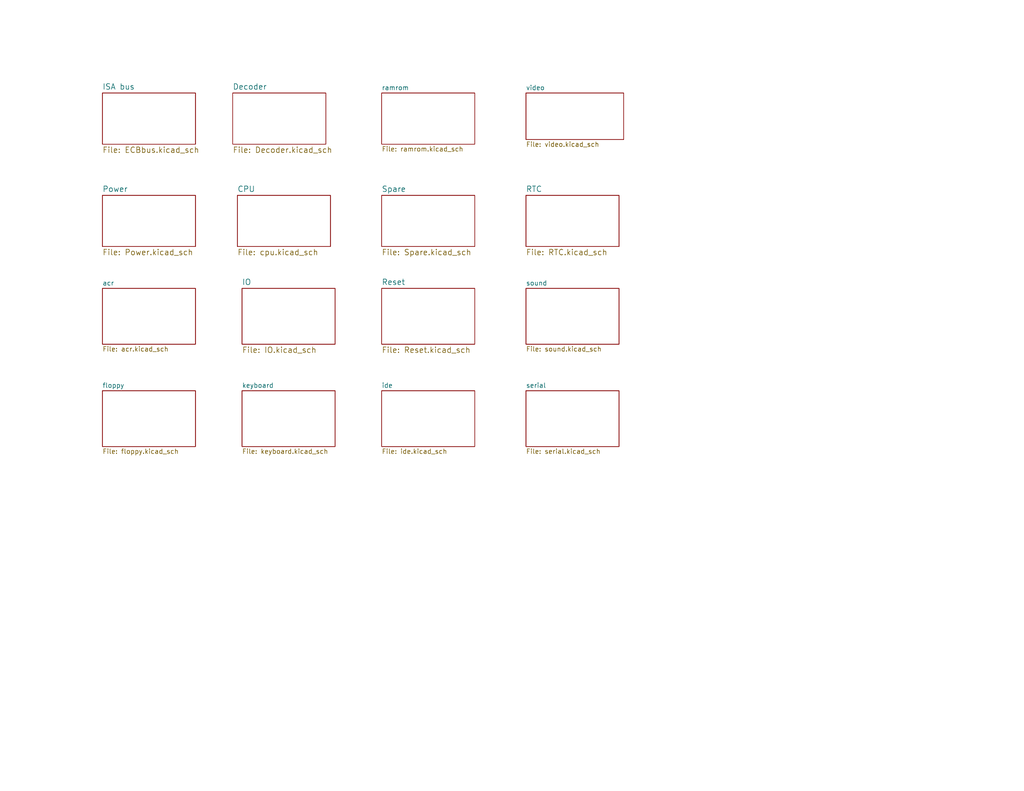
<source format=kicad_sch>
(kicad_sch
	(version 20250114)
	(generator "eeschema")
	(generator_version "9.0")
	(uuid "d94f9d60-5ece-4752-b49c-b0d1c95f35bc")
	(paper "A")
	(title_block
		(title "N8PC")
		(date "2025-11-26")
		(rev "000.9")
		(comment 1 "https://github.com/danwerner21/N8PC")
		(comment 2 "Based on work by Andrew Lynch and John Coffman")
	)
	(lib_symbols)
	(sheet
		(at 27.94 25.4)
		(size 25.4 13.97)
		(exclude_from_sim no)
		(in_bom yes)
		(on_board yes)
		(dnp no)
		(fields_autoplaced yes)
		(stroke
			(width 0)
			(type solid)
		)
		(fill
			(color 0 0 0 0.0000)
		)
		(uuid "00000000-0000-0000-0000-0000526c8cc7")
		(property "Sheetname" "ISA bus"
			(at 27.94 24.5614 0)
			(effects
				(font
					(size 1.524 1.524)
				)
				(justify left bottom)
			)
		)
		(property "Sheetfile" "ECBbus.kicad_sch"
			(at 27.94 40.0562 0)
			(effects
				(font
					(size 1.524 1.524)
				)
				(justify left top)
			)
		)
		(instances
			(project "N8PC"
				(path "/d94f9d60-5ece-4752-b49c-b0d1c95f35bc"
					(page "2")
				)
			)
		)
	)
	(sheet
		(at 64.77 53.34)
		(size 25.4 13.97)
		(exclude_from_sim no)
		(in_bom yes)
		(on_board yes)
		(dnp no)
		(fields_autoplaced yes)
		(stroke
			(width 0)
			(type solid)
		)
		(fill
			(color 0 0 0 0.0000)
		)
		(uuid "00000000-0000-0000-0000-0000526c8e8e")
		(property "Sheetname" "CPU"
			(at 64.77 52.5014 0)
			(effects
				(font
					(size 1.524 1.524)
				)
				(justify left bottom)
			)
		)
		(property "Sheetfile" "cpu.kicad_sch"
			(at 64.77 67.9962 0)
			(effects
				(font
					(size 1.524 1.524)
				)
				(justify left top)
			)
		)
		(instances
			(project "N8PC"
				(path "/d94f9d60-5ece-4752-b49c-b0d1c95f35bc"
					(page "11")
				)
			)
		)
	)
	(sheet
		(at 27.94 53.34)
		(size 25.4 13.97)
		(exclude_from_sim no)
		(in_bom yes)
		(on_board yes)
		(dnp no)
		(fields_autoplaced yes)
		(stroke
			(width 0)
			(type solid)
		)
		(fill
			(color 0 0 0 0.0000)
		)
		(uuid "00000000-0000-0000-0000-0000526d2858")
		(property "Sheetname" "Power"
			(at 27.94 52.5014 0)
			(effects
				(font
					(size 1.524 1.524)
				)
				(justify left bottom)
			)
		)
		(property "Sheetfile" "Power.kicad_sch"
			(at 27.94 67.9962 0)
			(effects
				(font
					(size 1.524 1.524)
				)
				(justify left top)
			)
		)
		(instances
			(project "N8PC"
				(path "/d94f9d60-5ece-4752-b49c-b0d1c95f35bc"
					(page "6")
				)
			)
		)
	)
	(sheet
		(at 63.5 25.4)
		(size 25.4 13.97)
		(exclude_from_sim no)
		(in_bom yes)
		(on_board yes)
		(dnp no)
		(fields_autoplaced yes)
		(stroke
			(width 0)
			(type solid)
		)
		(fill
			(color 0 0 0 0.0000)
		)
		(uuid "00000000-0000-0000-0000-0000526d3cca")
		(property "Sheetname" "Decoder"
			(at 63.5 24.5614 0)
			(effects
				(font
					(size 1.524 1.524)
				)
				(justify left bottom)
			)
		)
		(property "Sheetfile" "Decoder.kicad_sch"
			(at 63.5 40.0562 0)
			(effects
				(font
					(size 1.524 1.524)
				)
				(justify left top)
			)
		)
		(instances
			(project "N8PC"
				(path "/d94f9d60-5ece-4752-b49c-b0d1c95f35bc"
					(page "7")
				)
			)
		)
	)
	(sheet
		(at 104.14 53.34)
		(size 25.4 13.97)
		(exclude_from_sim no)
		(in_bom yes)
		(on_board yes)
		(dnp no)
		(fields_autoplaced yes)
		(stroke
			(width 0)
			(type solid)
		)
		(fill
			(color 0 0 0 0.0000)
		)
		(uuid "00000000-0000-0000-0000-0000526d48aa")
		(property "Sheetname" "Spare"
			(at 104.14 52.5014 0)
			(effects
				(font
					(size 1.524 1.524)
				)
				(justify left bottom)
			)
		)
		(property "Sheetfile" "Spare.kicad_sch"
			(at 104.14 67.9962 0)
			(effects
				(font
					(size 1.524 1.524)
				)
				(justify left top)
			)
		)
		(instances
			(project "N8PC"
				(path "/d94f9d60-5ece-4752-b49c-b0d1c95f35bc"
					(page "9")
				)
			)
		)
	)
	(sheet
		(at 66.04 78.74)
		(size 25.4 15.24)
		(exclude_from_sim no)
		(in_bom yes)
		(on_board yes)
		(dnp no)
		(fields_autoplaced yes)
		(stroke
			(width 0)
			(type solid)
		)
		(fill
			(color 0 0 0 0.0000)
		)
		(uuid "00000000-0000-0000-0000-0000526d5517")
		(property "Sheetname" "IO"
			(at 66.04 77.9014 0)
			(effects
				(font
					(size 1.524 1.524)
				)
				(justify left bottom)
			)
		)
		(property "Sheetfile" "IO.kicad_sch"
			(at 66.04 94.6662 0)
			(effects
				(font
					(size 1.524 1.524)
				)
				(justify left top)
			)
		)
		(instances
			(project "N8PC"
				(path "/d94f9d60-5ece-4752-b49c-b0d1c95f35bc"
					(page "8")
				)
			)
		)
	)
	(sheet
		(at 104.14 78.74)
		(size 25.4 15.24)
		(exclude_from_sim no)
		(in_bom yes)
		(on_board yes)
		(dnp no)
		(fields_autoplaced yes)
		(stroke
			(width 0)
			(type solid)
		)
		(fill
			(color 0 0 0 0.0000)
		)
		(uuid "00000000-0000-0000-0000-0000526d81d3")
		(property "Sheetname" "Reset"
			(at 104.14 77.9014 0)
			(effects
				(font
					(size 1.524 1.524)
				)
				(justify left bottom)
			)
		)
		(property "Sheetfile" "Reset.kicad_sch"
			(at 104.14 94.6662 0)
			(effects
				(font
					(size 1.524 1.524)
				)
				(justify left top)
			)
		)
		(instances
			(project "N8PC"
				(path "/d94f9d60-5ece-4752-b49c-b0d1c95f35bc"
					(page "10")
				)
			)
		)
	)
	(sheet
		(at 143.51 53.34)
		(size 25.4 13.97)
		(exclude_from_sim no)
		(in_bom yes)
		(on_board yes)
		(dnp no)
		(fields_autoplaced yes)
		(stroke
			(width 0)
			(type solid)
		)
		(fill
			(color 0 0 0 0.0000)
		)
		(uuid "00000000-0000-0000-0000-00005274ff2a")
		(property "Sheetname" "RTC"
			(at 143.51 52.5014 0)
			(effects
				(font
					(size 1.524 1.524)
				)
				(justify left bottom)
			)
		)
		(property "Sheetfile" "RTC.kicad_sch"
			(at 143.51 67.9962 0)
			(effects
				(font
					(size 1.524 1.524)
				)
				(justify left top)
			)
		)
		(instances
			(project "N8PC"
				(path "/d94f9d60-5ece-4752-b49c-b0d1c95f35bc"
					(page "13")
				)
			)
		)
	)
	(sheet
		(at 143.51 106.68)
		(size 25.4 15.24)
		(exclude_from_sim no)
		(in_bom yes)
		(on_board yes)
		(dnp no)
		(fields_autoplaced yes)
		(stroke
			(width 0.1524)
			(type solid)
		)
		(fill
			(color 0 0 0 0.0000)
		)
		(uuid "02a73388-0740-4630-b310-033e7313306c")
		(property "Sheetname" "serial"
			(at 143.51 105.9684 0)
			(effects
				(font
					(size 1.27 1.27)
				)
				(justify left bottom)
			)
		)
		(property "Sheetfile" "serial.kicad_sch"
			(at 143.51 122.5046 0)
			(effects
				(font
					(size 1.27 1.27)
				)
				(justify left top)
			)
		)
		(instances
			(project "N8PC"
				(path "/d94f9d60-5ece-4752-b49c-b0d1c95f35bc"
					(page "18")
				)
			)
		)
	)
	(sheet
		(at 27.94 106.68)
		(size 25.4 15.24)
		(exclude_from_sim no)
		(in_bom yes)
		(on_board yes)
		(dnp no)
		(fields_autoplaced yes)
		(stroke
			(width 0.1524)
			(type solid)
		)
		(fill
			(color 0 0 0 0.0000)
		)
		(uuid "2083a38b-f429-4889-aed4-507d154b3f47")
		(property "Sheetname" "floppy"
			(at 27.94 105.9684 0)
			(effects
				(font
					(size 1.27 1.27)
				)
				(justify left bottom)
			)
		)
		(property "Sheetfile" "floppy.kicad_sch"
			(at 27.94 122.5046 0)
			(effects
				(font
					(size 1.27 1.27)
				)
				(justify left top)
			)
		)
		(instances
			(project "N8PC"
				(path "/d94f9d60-5ece-4752-b49c-b0d1c95f35bc"
					(page "14")
				)
			)
		)
	)
	(sheet
		(at 104.14 106.68)
		(size 25.4 15.24)
		(exclude_from_sim no)
		(in_bom yes)
		(on_board yes)
		(dnp no)
		(fields_autoplaced yes)
		(stroke
			(width 0.1524)
			(type solid)
		)
		(fill
			(color 0 0 0 0.0000)
		)
		(uuid "6dba0ee9-613a-42bb-96aa-24a6257ef018")
		(property "Sheetname" "ide"
			(at 104.14 105.9684 0)
			(effects
				(font
					(size 1.27 1.27)
				)
				(justify left bottom)
			)
		)
		(property "Sheetfile" "ide.kicad_sch"
			(at 104.14 122.5046 0)
			(effects
				(font
					(size 1.27 1.27)
				)
				(justify left top)
			)
		)
		(instances
			(project "N8PC"
				(path "/d94f9d60-5ece-4752-b49c-b0d1c95f35bc"
					(page "16")
				)
			)
		)
	)
	(sheet
		(at 143.51 78.74)
		(size 25.4 15.24)
		(exclude_from_sim no)
		(in_bom yes)
		(on_board yes)
		(dnp no)
		(fields_autoplaced yes)
		(stroke
			(width 0.1524)
			(type solid)
		)
		(fill
			(color 0 0 0 0.0000)
		)
		(uuid "8da35ee3-708a-4df8-86d1-9d071b6eaddb")
		(property "Sheetname" "sound"
			(at 143.51 78.0284 0)
			(effects
				(font
					(size 1.27 1.27)
				)
				(justify left bottom)
			)
		)
		(property "Sheetfile" "sound.kicad_sch"
			(at 143.51 94.5646 0)
			(effects
				(font
					(size 1.27 1.27)
				)
				(justify left top)
			)
		)
		(instances
			(project "N8PC"
				(path "/d94f9d60-5ece-4752-b49c-b0d1c95f35bc"
					(page "13")
				)
			)
		)
	)
	(sheet
		(at 66.04 106.68)
		(size 25.4 15.24)
		(exclude_from_sim no)
		(in_bom yes)
		(on_board yes)
		(dnp no)
		(fields_autoplaced yes)
		(stroke
			(width 0.1524)
			(type solid)
		)
		(fill
			(color 0 0 0 0.0000)
		)
		(uuid "adfedd3e-f3e3-4462-af64-7ad8c155cf21")
		(property "Sheetname" "keyboard"
			(at 66.04 105.9684 0)
			(effects
				(font
					(size 1.27 1.27)
				)
				(justify left bottom)
			)
		)
		(property "Sheetfile" "keyboard.kicad_sch"
			(at 66.04 122.5046 0)
			(effects
				(font
					(size 1.27 1.27)
				)
				(justify left top)
			)
		)
		(instances
			(project "N8PC"
				(path "/d94f9d60-5ece-4752-b49c-b0d1c95f35bc"
					(page "15")
				)
			)
		)
	)
	(sheet
		(at 27.94 78.74)
		(size 25.4 15.24)
		(exclude_from_sim no)
		(in_bom yes)
		(on_board yes)
		(dnp no)
		(fields_autoplaced yes)
		(stroke
			(width 0.1524)
			(type solid)
		)
		(fill
			(color 0 0 0 0.0000)
		)
		(uuid "b7a8f016-508f-48ba-ab41-02ffd7ec5fec")
		(property "Sheetname" "acr"
			(at 27.94 78.0284 0)
			(effects
				(font
					(size 1.27 1.27)
				)
				(justify left bottom)
			)
		)
		(property "Sheetfile" "acr.kicad_sch"
			(at 27.94 94.5646 0)
			(effects
				(font
					(size 1.27 1.27)
				)
				(justify left top)
			)
		)
		(instances
			(project "N8PC"
				(path "/d94f9d60-5ece-4752-b49c-b0d1c95f35bc"
					(page "12")
				)
			)
		)
	)
	(sheet
		(at 104.14 25.4)
		(size 25.4 13.97)
		(exclude_from_sim no)
		(in_bom yes)
		(on_board yes)
		(dnp no)
		(fields_autoplaced yes)
		(stroke
			(width 0.1524)
			(type solid)
		)
		(fill
			(color 0 0 0 0.0000)
		)
		(uuid "dd4b53f2-2694-457f-a593-baa31e723c95")
		(property "Sheetname" "ramrom"
			(at 104.14 24.6884 0)
			(effects
				(font
					(size 1.27 1.27)
				)
				(justify left bottom)
			)
		)
		(property "Sheetfile" "ramrom.kicad_sch"
			(at 104.14 39.9546 0)
			(effects
				(font
					(size 1.27 1.27)
				)
				(justify left top)
			)
		)
		(instances
			(project "N8PC"
				(path "/d94f9d60-5ece-4752-b49c-b0d1c95f35bc"
					(page "10")
				)
			)
		)
	)
	(sheet
		(at 143.51 25.4)
		(size 26.67 12.7)
		(exclude_from_sim no)
		(in_bom yes)
		(on_board yes)
		(dnp no)
		(fields_autoplaced yes)
		(stroke
			(width 0.1524)
			(type solid)
		)
		(fill
			(color 0 0 0 0.0000)
		)
		(uuid "eef9f801-c8a1-4955-bccd-bda3859af6f8")
		(property "Sheetname" "video"
			(at 143.51 24.6884 0)
			(effects
				(font
					(size 1.27 1.27)
				)
				(justify left bottom)
			)
		)
		(property "Sheetfile" "video.kicad_sch"
			(at 143.51 38.6846 0)
			(effects
				(font
					(size 1.27 1.27)
				)
				(justify left top)
			)
		)
		(instances
			(project "N8PC"
				(path "/d94f9d60-5ece-4752-b49c-b0d1c95f35bc"
					(page "11")
				)
			)
		)
	)
	(sheet_instances
		(path "/"
			(page "1")
		)
	)
	(embedded_fonts no)
)

</source>
